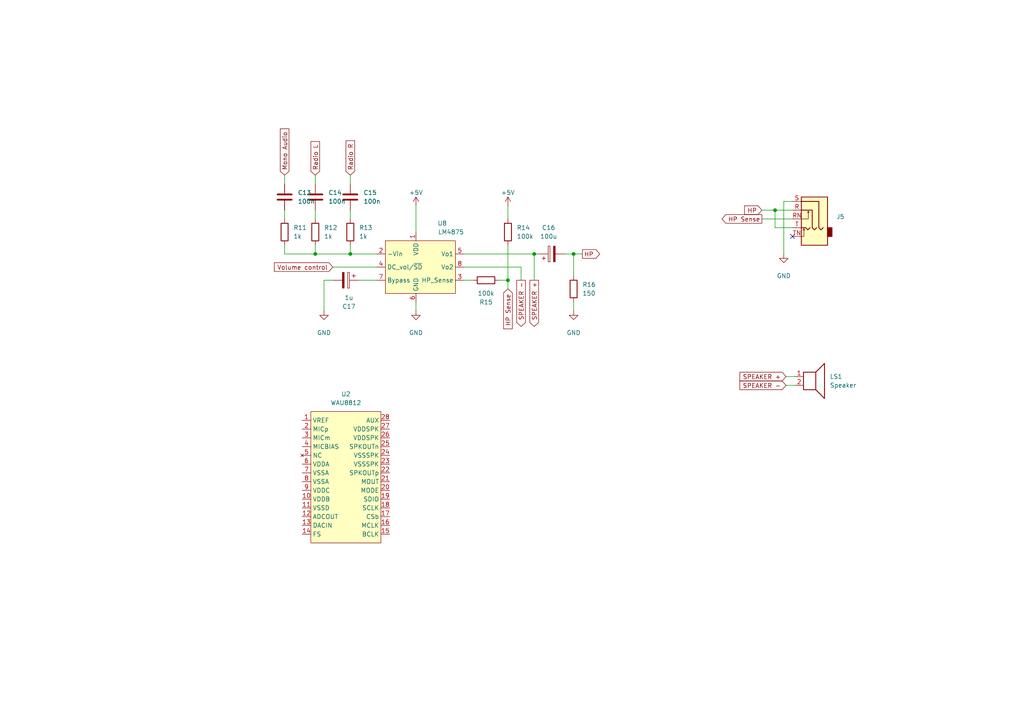
<source format=kicad_sch>
(kicad_sch (version 20250114) (generator "eeschema") (generator_version "9.0")
  (paper "A4")
  (lib_symbols
    (symbol "Connector_Audio:AudioJack3_SwitchTR"
      (property "Reference" "J" (at 0 8.89 0))
      (property "Value" "AudioJack3_SwitchTR" (at 0 6.35 0))
      (symbol "AudioJack3_SwitchTR_0_1"
        (rectangle (start -5.08 -5.08) (end -6.35 -7.62) (stroke (width 0.254)) (fill (type outline)))
        (polyline (pts (xy -1.905 -5.08) (xy -1.27 -5.715) (xy -0.635 -5.08) (xy -0.635 0) (xy 2.54 0)) (stroke (width 0.254)))
        (polyline (pts (xy 0 -5.08) (xy 0.635 -5.715) (xy 1.27 -5.08) (xy 2.54 -5.08)) (stroke (width 0.254)))
        (polyline (pts (xy 0.508 -0.254) (xy 0.762 -0.762)))
        (polyline (pts (xy 1.778 -5.334) (xy 2.032 -5.842)))
        (rectangle (start 2.54 3.81) (end -5.08 -10.16) (stroke (width 0.254)) (fill (type background)))
        (polyline (pts (xy 2.54 2.54) (xy -2.54 2.54) (xy -2.54 -5.08) (xy -3.175 -5.715) (xy -3.81 -5.08)) (stroke (width 0.254)))
        (polyline (pts (xy 2.54 -2.54) (xy 0.508 -2.54) (xy 0.508 -0.254) (xy 0.254 -0.762)))
        (polyline (pts (xy 2.54 -7.62) (xy 1.778 -7.62) (xy 1.778 -5.334) (xy 1.524 -5.842)))
      )
      (symbol "AudioJack3_SwitchTR_1_1"
        (pin passive line (at 5.08 2.54 180) (length 2.54) (name "~") (number "S"))
        (pin passive line (at 5.08 0 180) (length 2.54) (name "~") (number "R"))
        (pin passive line (at 5.08 -2.54 180) (length 2.54) (name "~") (number "RN"))
        (pin passive line (at 5.08 -5.08 180) (length 2.54) (name "~") (number "T"))
        (pin passive line (at 5.08 -7.62 180) (length 2.54) (name "~") (number "TN"))
      )
    )
    (symbol "Device:C" (pin_numbers (hide yes)) (pin_names (offset 0.254))
      (property "Reference" "C" (at 0.635 2.54 0))
      (property "Value" "C" (at 0.635 -2.54 0))
      (symbol "C_0_1"
        (polyline (pts (xy -2.032 0.762) (xy 2.032 0.762)) (stroke (width 0.508)))
        (polyline (pts (xy -2.032 -0.762) (xy 2.032 -0.762)) (stroke (width 0.508)))
      )
      (symbol "C_1_1"
        (pin passive line (at 0 3.81 270) (length 2.794) (name "~") (number "1"))
        (pin passive line (at 0 -3.81 90) (length 2.794) (name "~") (number "2"))
      )
    )
    (symbol "Device:C_Polarized" (pin_numbers (hide yes)) (pin_names (offset 0.254))
      (property "Reference" "C" (at 0.635 2.54 0))
      (property "Value" "C_Polarized" (at 0.635 -2.54 0))
      (symbol "C_Polarized_0_1"
        (rectangle (start -2.286 0.508) (end 2.286 1.016))
        (polyline (pts (xy -1.778 2.286) (xy -0.762 2.286)))
        (polyline (pts (xy -1.27 2.794) (xy -1.27 1.778)))
        (rectangle (start 2.286 -0.508) (end -2.286 -1.016) (fill (type outline)))
      )
      (symbol "C_Polarized_1_1"
        (pin passive line (at 0 3.81 270) (length 2.794) (name "~") (number "1"))
        (pin passive line (at 0 -3.81 90) (length 2.794) (name "~") (number "2"))
      )
    )
    (symbol "Device:R" (pin_numbers (hide yes)) (pin_names (offset 0))
      (property "Reference" "R" (at 2.032 0 90))
      (property "Value" "R" (at 0 0 90))
      (symbol "R_0_1"
        (rectangle (start -1.016 -2.54) (end 1.016 2.54) (stroke (width 0.254)))
      )
      (symbol "R_1_1"
        (pin passive line (at 0 3.81 270) (length 1.27) (name "~") (number "1"))
        (pin passive line (at 0 -3.81 90) (length 1.27) (name "~") (number "2"))
      )
    )
    (symbol "Device:Speaker" (pin_names (offset 0) (hide yes))
      (property "Reference" "LS" (at 1.27 5.715 0))
      (property "Value" "Speaker" (at 1.27 3.81 0))
      (symbol "Speaker_0_0"
        (rectangle (start -2.54 1.27) (end 1.016 -3.81) (stroke (width 0.254)))
        (polyline (pts (xy 1.016 1.27) (xy 3.556 3.81) (xy 3.556 -6.35) (xy 1.016 -3.81)) (stroke (width 0.254)))
      )
      (symbol "Speaker_1_1"
        (pin input line (at -5.08 0 0) (length 2.54) (name "1") (number "1"))
        (pin input line (at -5.08 -2.54 0) (length 2.54) (name "2") (number "2"))
      )
    )
    (symbol "additional_symbols:WAU8812"
      (property "Reference" "U" (at 0 -1.524 0))
      (property "Value" "WAU8812" (at 0 1.27 0))
      (symbol "WAU8812_1_1"
        (rectangle (start -10.16 -3.81) (end 10.16 -41.91) (fill (type background)))
        (pin passive line (at -12.7 -6.35 0) (length 2.54) (name "VREF") (number "1"))
        (pin passive line (at -12.7 -8.89 0) (length 2.54) (name "MICp") (number "2"))
        (pin passive line (at -12.7 -11.43 0) (length 2.54) (name "MICm") (number "3"))
        (pin passive line (at -12.7 -13.97 0) (length 2.54) (name "MICBIAS") (number "4"))
        (pin no_connect line (at -12.7 -16.51 0) (length 2.54) (name "NC") (number "5"))
        (pin power_in line (at -12.7 -19.05 0) (length 2.54) (name "VDDA") (number "6"))
        (pin power_in line (at -12.7 -21.59 0) (length 2.54) (name "VSSA") (number "7"))
        (pin power_in line (at -12.7 -24.13 0) (length 2.54) (name "VSSA") (number "8"))
        (pin power_in line (at -12.7 -26.67 0) (length 2.54) (name "VDDC") (number "9"))
        (pin power_in line (at -12.7 -29.21 0) (length 2.54) (name "VDDB") (number "10"))
        (pin power_in line (at -12.7 -31.75 0) (length 2.54) (name "VSSD") (number "11"))
        (pin output line (at -12.7 -34.29 0) (length 2.54) (name "ADCOUT") (number "12"))
        (pin input line (at -12.7 -36.83 0) (length 2.54) (name "DACIN") (number "13"))
        (pin bidirectional line (at -12.7 -39.37 0) (length 2.54) (name "FS") (number "14"))
        (pin passive line (at 12.7 -6.35 180) (length 2.54) (name "AUX") (number "28"))
        (pin power_in line (at 12.7 -8.89 180) (length 2.54) (name "VDDSPK") (number "27"))
        (pin power_in line (at 12.7 -11.43 180) (length 2.54) (name "VDDSPK") (number "26"))
        (pin passive line (at 12.7 -13.97 180) (length 2.54) (name "SPKOUTn") (number "25"))
        (pin power_in line (at 12.7 -16.51 180) (length 2.54) (name "VSSSPK") (number "24"))
        (pin power_in line (at 12.7 -19.05 180) (length 2.54) (name "VSSSPK") (number "23"))
        (pin passive line (at 12.7 -21.59 180) (length 2.54) (name "SPKOUTp") (number "22"))
        (pin passive line (at 12.7 -24.13 180) (length 2.54) (name "MOUT") (number "21"))
        (pin input line (at 12.7 -26.67 180) (length 2.54) (name "MODE") (number "20"))
        (pin bidirectional line (at 12.7 -29.21 180) (length 2.54) (name "SDIO") (number "19"))
        (pin input line (at 12.7 -31.75 180) (length 2.54) (name "SCLK") (number "18"))
        (pin bidirectional line (at 12.7 -34.29 180) (length 2.54) (name "CSb") (number "17"))
        (pin input line (at 12.7 -36.83 180) (length 2.54) (name "MCLK") (number "16"))
        (pin bidirectional line (at 12.7 -39.37 180) (length 2.54) (name "BCLK") (number "15"))
      )
    )
    (symbol "newsymbols:LM4875"
      (property "Reference" "U" (at 0 2.54 0))
      (property "Value" "LM4875" (at 3.0551 0.0763 0))
      (symbol "LM4875_1_1"
        (rectangle (start -12.7 -2.54) (end 7.62 -17.78) (fill (type background)))
        (pin input line (at -15.24 -6.35 0) (length 2.54) (name "-Vin") (number "2"))
        (pin input line (at -15.24 -10.16 0) (length 2.54) (name "DC_vol/~{SD}") (number "4"))
        (pin passive line (at -15.24 -13.97 0) (length 2.54) (name "Bypass") (number "7"))
        (pin power_in line (at -3.81 0 270) (length 2.54) (name "VDD") (number "1"))
        (pin power_in line (at -3.81 -20.32 90) (length 2.54) (name "GND") (number "6"))
        (pin output line (at 10.16 -6.35 180) (length 2.54) (name "Vo1") (number "5"))
        (pin output line (at 10.16 -10.16 180) (length 2.54) (name "Vo2") (number "8"))
        (pin input line (at 10.16 -13.97 180) (length 2.54) (name "HP_Sense") (number "3"))
      )
    )
    (symbol "power:+5V" (power) (pin_names (offset 0))
      (property "Value" "+5V" (at 0 3.556 0))
      (symbol "+5V_0_1"
        (polyline (pts (xy -0.762 1.27) (xy 0 2.54)))
        (polyline (pts (xy 0 2.54) (xy 0.762 1.27)))
        (polyline (pts (xy 0 0) (xy 0 2.54)))
      )
      (symbol "+5V_1_1"
        (pin power_in line (at 0 0 90) (length 0) (hide yes) (name "+5V") (number "1"))
      )
    )
    (symbol "power:GND" (power) (pin_names (offset 0))
      (property "Value" "GND" (at 0 -3.81 0))
      (symbol "GND_0_1"
        (polyline (pts (xy 0 0) (xy 0 -1.27) (xy 1.27 -1.27) (xy 0 -2.54) (xy -1.27 -1.27) (xy 0 -1.27)))
      )
      (symbol "GND_1_1"
        (pin power_in line (at 0 0 270) (length 0) (hide yes) (name "GND") (number "1"))
      )
    )
  )
  (junction (at 147.32 81.28))
  (junction (at 101.6 73.66))
  (junction (at 224.79 60.96))
  (junction (at 154.94 73.66))
  (junction (at 91.44 73.66))
  (junction (at 166.37 73.66))
  (no_connect (at 229.87 68.58))
  (wire (pts (xy 147.32 81.28) (xy 144.78 81.28)))
  (wire (pts (xy 96.52 77.47) (xy 109.22 77.47)))
  (wire (pts (xy 91.44 50.8) (xy 91.44 53.34)))
  (wire (pts (xy 82.55 50.8) (xy 82.55 53.34)))
  (wire (pts (xy 134.62 77.47) (xy 151.13 77.47)))
  (wire (pts (xy 151.13 77.47) (xy 151.13 81.28)))
  (wire (pts (xy 227.965 111.76) (xy 230.505 111.76)))
  (wire (pts (xy 91.44 71.12) (xy 91.44 73.66)))
  (wire (pts (xy 224.79 60.96) (xy 224.79 66.04)))
  (wire (pts (xy 93.98 90.17) (xy 93.98 81.28)))
  (wire (pts (xy 166.37 73.66) (xy 168.91 73.66)))
  (wire (pts (xy 82.55 73.66) (xy 91.44 73.66)))
  (wire (pts (xy 147.32 81.28) (xy 147.32 83.82)))
  (wire (pts (xy 82.55 71.12) (xy 82.55 73.66)))
  (wire (pts (xy 109.22 73.66) (xy 101.6 73.66)))
  (wire (pts (xy 120.65 87.63) (xy 120.65 90.17)))
  (wire (pts (xy 120.65 59.69) (xy 120.65 67.31)))
  (wire (pts (xy 134.62 73.66) (xy 154.94 73.66)))
  (wire (pts (xy 224.79 60.96) (xy 229.87 60.96)))
  (wire (pts (xy 227.33 58.42) (xy 229.87 58.42)))
  (wire (pts (xy 154.94 73.66) (xy 156.21 73.66)))
  (wire (pts (xy 147.32 59.69) (xy 147.32 63.5)))
  (wire (pts (xy 220.98 63.5) (xy 229.87 63.5)))
  (wire (pts (xy 101.6 50.8) (xy 101.6 53.34)))
  (wire (pts (xy 147.32 71.12) (xy 147.32 81.28)))
  (wire (pts (xy 104.14 81.28) (xy 109.22 81.28)))
  (wire (pts (xy 220.98 60.96) (xy 224.79 60.96)))
  (wire (pts (xy 227.965 109.22) (xy 230.505 109.22)))
  (wire (pts (xy 166.37 73.66) (xy 166.37 80.01)))
  (wire (pts (xy 227.33 58.42) (xy 227.33 73.66)))
  (wire (pts (xy 91.44 60.96) (xy 91.44 63.5)))
  (wire (pts (xy 154.94 73.66) (xy 154.94 81.28)))
  (wire (pts (xy 91.44 73.66) (xy 101.6 73.66)))
  (wire (pts (xy 101.6 73.66) (xy 101.6 71.12)))
  (wire (pts (xy 101.6 60.96) (xy 101.6 63.5)))
  (wire (pts (xy 163.83 73.66) (xy 166.37 73.66)))
  (wire (pts (xy 224.79 66.04) (xy 229.87 66.04)))
  (wire (pts (xy 82.55 60.96) (xy 82.55 63.5)))
  (wire (pts (xy 166.37 87.63) (xy 166.37 90.17)))
  (wire (pts (xy 93.98 81.28) (xy 96.52 81.28)))
  (wire (pts (xy 134.62 81.28) (xy 137.16 81.28)))
  (global_label "HP" (shape input) (at 220.98 60.96 180) (property "Intersheetrefs" "${INTERSHEET_REFS}" (effects (hide yes))))
  (global_label "HP Sense" (shape input) (at 147.32 83.82 270) (property "Intersheetrefs" "${INTERSHEET_REFS}" (effects (hide yes))))
  (global_label "HP" (shape output) (at 168.91 73.66 0) (property "Intersheetrefs" "${INTERSHEET_REFS}" (effects (hide yes))))
  (global_label "SPEAKER -" (shape input) (at 227.965 111.76 180) (property "Intersheetrefs" "${INTERSHEET_REFS}" (effects (hide yes))))
  (global_label "SPEAKER +" (shape output) (at 154.94 81.28 270) (property "Intersheetrefs" "${INTERSHEET_REFS}" (effects (hide yes))))
  (global_label "HP Sense" (shape output) (at 220.98 63.5 180) (property "Intersheetrefs" "${INTERSHEET_REFS}" (effects (hide yes))))
  (global_label "Volume control" (shape input) (at 96.52 77.47 180) (property "Intersheetrefs" "${INTERSHEET_REFS}" (effects (hide yes))))
  (global_label "Radio R" (shape input) (at 101.6 50.8 90) (property "Intersheetrefs" "${INTERSHEET_REFS}" (effects (hide yes))))
  (global_label "Radio L" (shape input) (at 91.44 50.8 90) (property "Intersheetrefs" "${INTERSHEET_REFS}" (effects (hide yes))))
  (global_label "SPEAKER +" (shape input) (at 227.965 109.22 180) (property "Intersheetrefs" "${INTERSHEET_REFS}" (effects (hide yes))))
  (global_label "Mono Audio" (shape input) (at 82.55 50.8 90) (property "Intersheetrefs" "${INTERSHEET_REFS}" (effects (hide yes))))
  (global_label "SPEAKER -" (shape output) (at 151.13 81.28 270) (property "Intersheetrefs" "${INTERSHEET_REFS}" (effects (hide yes))))
  (symbol (lib_id "Device:R") (at 82.55 67.31 180) (unit 1)
    (property "Reference" "R11" (at 85.09 66.04 0) (effects (justify right)))
    (property "Value" "1k" (at 85.09 68.58 0) (effects (justify right)))
    (property "Footprint" "Resistor_SMD:R_0603_1608Metric" (effects (hide yes)))
  )
  (symbol (lib_id "Device:R") (at 101.6 67.31 180) (unit 1)
    (property "Reference" "R13" (at 104.14 66.04 0) (effects (justify right)))
    (property "Value" "1k" (at 104.14 68.58 0) (effects (justify right)))
    (property "Footprint" "Resistor_SMD:R_0603_1608Metric" (effects (hide yes)))
  )
  (symbol (lib_id "Connector_Audio:AudioJack3_SwitchTR") (at 234.95 60.96 0) (mirror y) (unit 1)
    (property "Reference" "J5" (at 242.57 62.865 0) (effects (justify right)))
    (property "Value" "AudioJack3_SwitchTR" (effects (hide yes)))
    (property "Footprint" "Connector_Audio:Jack_3.5mm_CUI_SJ1-3525N_Horizontal" (effects (hide yes)))
  )
  (symbol (lib_id "Device:C_Polarized") (at 160.02 73.66 90) (unit 1)
    (property "Reference" "C16" (at 159.131 66.04 90))
    (property "Value" "100u" (at 159.131 68.58 90))
    (property "Footprint" "Capacitor_SMD:C_0603_1608Metric" (effects (hide yes)))
  )
  (symbol (lib_id "additional_symbols:WAU8812") (at 100.33 115.57 0) (unit 1)
    (property "Reference" "U2" (at 100.33 114.3 0))
    (property "Value" "WAU8812" (at 100.33 116.84 0))
    (property "Footprint" "Package_SO:SSOP-28_5.3x10.2mm_P0.65mm" (effects (hide yes)))
    (property "Datasheet" "https://www.alldatasheet.com/datasheet-pdf/view/1140746/NUVOTON/WAU8812.html" (effects (hide yes)))
    (property "Description" "Mono Audio Codec with Speaker Driver" (effects (hide yes)))
  )
  (symbol (lib_id "Device:C") (at 91.44 57.15 180) (unit 1)
    (property "Reference" "C14" (at 95.25 55.88 0) (effects (justify right)))
    (property "Value" "100n" (at 95.25 58.42 0) (effects (justify right)))
    (property "Footprint" "Capacitor_SMD:C_0603_1608Metric" (effects (hide yes)))
  )
  (symbol (lib_id "Device:C") (at 82.55 57.15 180) (unit 1)
    (property "Reference" "C13" (at 86.36 55.88 0) (effects (justify right)))
    (property "Value" "100n" (at 86.36 58.42 0) (effects (justify right)))
    (property "Footprint" "Capacitor_SMD:C_0603_1608Metric" (effects (hide yes)))
  )
  (symbol (lib_id "Device:R") (at 91.44 67.31 180) (unit 1)
    (property "Reference" "R12" (at 93.98 66.04 0) (effects (justify right)))
    (property "Value" "1k" (at 93.98 68.58 0) (effects (justify right)))
    (property "Footprint" "Resistor_SMD:R_0603_1608Metric" (effects (hide yes)))
  )
  (symbol (lib_id "Device:C") (at 101.6 57.15 180) (unit 1)
    (property "Reference" "C15" (at 105.41 55.88 0) (effects (justify right)))
    (property "Value" "100n" (at 105.41 58.42 0) (effects (justify right)))
    (property "Footprint" "Capacitor_SMD:C_0603_1608Metric" (effects (hide yes)))
  )
  (symbol (lib_id "Device:Speaker") (at 235.585 109.22 0) (unit 1)
    (property "Reference" "LS1" (at 240.665 109.22 0) (effects (justify left)))
    (property "Value" "Speaker" (at 240.665 111.76 0) (effects (justify left)))
    (property "Footprint" "Connector_PinHeader_2.54mm:PinHeader_1x02_P2.54mm_Vertical" (effects (hide yes)))
  )
  (symbol (lib_id "Device:R") (at 166.37 83.82 0) (unit 1)
    (property "Reference" "R16" (at 168.91 82.55 0) (effects (justify left)))
    (property "Value" "150" (at 168.91 85.09 0) (effects (justify left)))
    (property "Footprint" "Resistor_SMD:R_0603_1608Metric" (effects (hide yes)))
  )
  (symbol (lib_id "power:GND") (at 227.33 73.66 0) (unit 1)
    (property "Reference" "#PWR068" (effects (hide yes)))
    (property "Value" "GND" (at 227.33 80.01 0))
  )
  (symbol (lib_id "Device:R") (at 140.97 81.28 270) (mirror x) (unit 1)
    (property "Reference" "R15" (at 140.97 87.63 90))
    (property "Value" "100k" (at 140.97 85.09 90))
    (property "Footprint" "Resistor_SMD:R_0603_1608Metric" (effects (hide yes)))
  )
  (symbol (lib_id "power:GND") (at 166.37 90.17 0) (unit 1)
    (property "Reference" "#PWR073" (effects (hide yes)))
    (property "Value" "GND" (at 166.37 96.52 0))
  )
  (symbol (lib_id "Device:C_Polarized") (at 100.33 81.28 270) (unit 1)
    (property "Reference" "C17" (at 101.219 88.9 90))
    (property "Value" "1u" (at 101.219 86.36 90))
    (property "Footprint" "Capacitor_SMD:C_0603_1608Metric" (effects (hide yes)))
  )
  (symbol (lib_id "Device:R") (at 147.32 67.31 0) (unit 1)
    (property "Reference" "R14" (at 149.86 66.04 0) (effects (justify left)))
    (property "Value" "100k" (at 149.86 68.58 0) (effects (justify left)))
    (property "Footprint" "Resistor_SMD:R_0603_1608Metric" (effects (hide yes)))
  )
  (symbol (lib_id "newsymbols:LM4875") (at 124.46 67.31 0) (unit 1)
    (property "Reference" "U8" (at 128.27 64.77 0))
    (property "Value" "LM4875" (at 130.81 67.31 0))
    (property "Footprint" "Package_SO:SOIC-8_3.9x4.9mm_P1.27mm" (effects (hide yes)))
    (property "Datasheet" "https://www.ti.com/lit/ds/symlink/lm4875.pdf" (effects (hide yes)))
  )
  (symbol (lib_id "power:+5V") (at 120.65 59.69 0) (unit 1)
    (property "Reference" "#PWR069" (effects (hide yes)))
    (property "Value" "+5V" (at 120.65 55.88 0))
  )
  (symbol (lib_id "power:GND") (at 93.98 90.17 0) (unit 1)
    (property "Reference" "#PWR071" (effects (hide yes)))
    (property "Value" "GND" (at 93.98 96.52 0))
  )
  (symbol (lib_id "power:GND") (at 120.65 90.17 0) (unit 1)
    (property "Reference" "#PWR072" (effects (hide yes)))
    (property "Value" "GND" (at 120.65 96.52 0))
  )
  (symbol (lib_id "power:+5V") (at 147.32 59.69 0) (unit 1)
    (property "Reference" "#PWR070" (effects (hide yes)))
    (property "Value" "+5V" (at 147.32 55.88 0))
  )
)
</source>
